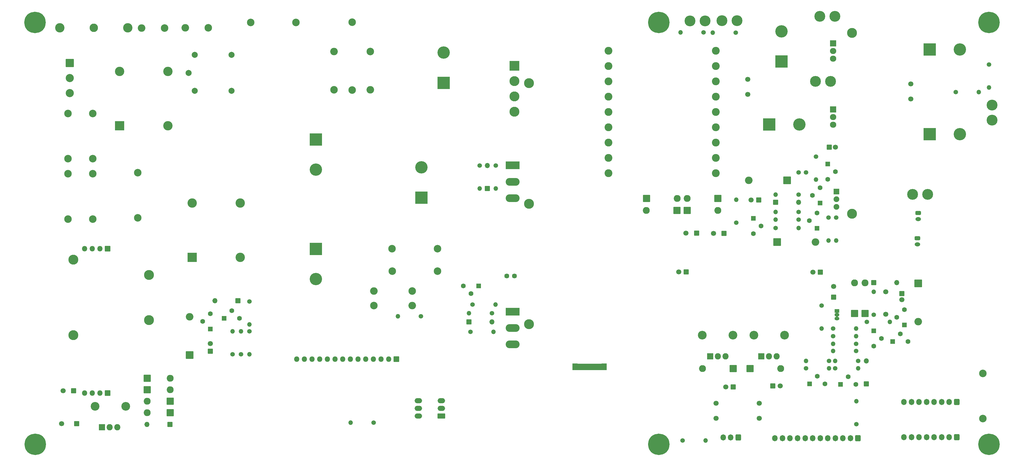
<source format=gbr>
%TF.GenerationSoftware,KiCad,Pcbnew,(5.99.0-9830-g9acf5e365a)*%
%TF.CreationDate,2021-04-09T15:36:24+02:00*%
%TF.ProjectId,Power Supply Board v2.0,506f7765-7220-4537-9570-706c7920426f,2.0*%
%TF.SameCoordinates,Original*%
%TF.FileFunction,Soldermask,Bot*%
%TF.FilePolarity,Negative*%
%FSLAX46Y46*%
G04 Gerber Fmt 4.6, Leading zero omitted, Abs format (unit mm)*
G04 Created by KiCad (PCBNEW (5.99.0-9830-g9acf5e365a)) date 2021-04-09 15:36:24*
%MOMM*%
%LPD*%
G01*
G04 APERTURE LIST*
G04 Aperture macros list*
%AMRoundRect*
0 Rectangle with rounded corners*
0 $1 Rounding radius*
0 $2 $3 $4 $5 $6 $7 $8 $9 X,Y pos of 4 corners*
0 Add a 4 corners polygon primitive as box body*
4,1,4,$2,$3,$4,$5,$6,$7,$8,$9,$2,$3,0*
0 Add four circle primitives for the rounded corners*
1,1,$1+$1,$2,$3*
1,1,$1+$1,$4,$5*
1,1,$1+$1,$6,$7*
1,1,$1+$1,$8,$9*
0 Add four rect primitives between the rounded corners*
20,1,$1+$1,$2,$3,$4,$5,0*
20,1,$1+$1,$4,$5,$6,$7,0*
20,1,$1+$1,$6,$7,$8,$9,0*
20,1,$1+$1,$8,$9,$2,$3,0*%
%AMFreePoly0*
4,1,30,0.519135,1.106194,0.561561,1.088620,0.577781,1.077781,1.577780,0.077783,1.575172,0.075175,1.587414,0.061060,1.588621,0.061560,1.606194,0.019134,1.606194,-0.019133,1.588621,-0.061560,1.575570,-0.075573,1.577780,-0.077783,0.577781,-1.077781,0.561561,-1.088620,0.519135,-1.106194,0.500000,-1.110000,-1.000000,-1.110000,-1.019135,-1.106194,-1.061561,-1.088620,-1.088620,-1.061561,
-1.106194,-1.019135,-1.110000,-1.000000,-1.110000,1.000000,-1.106194,1.019135,-1.088620,1.061561,-1.061561,1.088620,-1.019135,1.106194,-1.000000,1.110000,0.500000,1.110000,0.519135,1.106194,0.519135,1.106194,$1*%
%AMFreePoly1*
4,1,27,1.019135,1.106194,1.061561,1.088620,1.088620,1.061561,1.106194,1.019135,1.110000,1.000000,1.110000,-1.000000,1.106194,-1.019135,1.088620,-1.061561,1.061561,-1.088620,1.019135,-1.106194,1.000000,-1.110000,-0.500000,-1.110000,-0.519134,-1.106194,-0.561560,-1.088621,-0.577781,-1.077782,-1.577781,-0.077781,-1.588620,-0.061560,-1.606193,-0.019134,-1.606193,0.019134,-1.588620,0.061560,
-1.577781,0.077781,-0.577781,1.077782,-0.561560,1.088621,-0.519134,1.106194,-0.500000,1.110000,1.000000,1.110000,1.019135,1.106194,1.019135,1.106194,$1*%
G04 Aperture macros list end*
%ADD10C,0.100000*%
%ADD11C,2.500000*%
%ADD12RoundRect,0.050000X0.800000X-0.800000X0.800000X0.800000X-0.800000X0.800000X-0.800000X-0.800000X0*%
%ADD13C,1.700000*%
%ADD14RoundRect,0.050000X0.800000X0.800000X-0.800000X0.800000X-0.800000X-0.800000X0.800000X-0.800000X0*%
%ADD15RoundRect,0.050000X2.000000X-2.000000X2.000000X2.000000X-2.000000X2.000000X-2.000000X-2.000000X0*%
%ADD16C,4.100000*%
%ADD17RoundRect,0.050000X-2.000000X2.000000X-2.000000X-2.000000X2.000000X-2.000000X2.000000X2.000000X0*%
%ADD18C,1.500000*%
%ADD19RoundRect,0.050000X-0.800000X-0.800000X0.800000X-0.800000X0.800000X0.800000X-0.800000X0.800000X0*%
%ADD20RoundRect,0.050000X-0.800000X0.800000X-0.800000X-0.800000X0.800000X-0.800000X0.800000X0.800000X0*%
%ADD21RoundRect,0.050000X-2.000000X-2.000000X2.000000X-2.000000X2.000000X2.000000X-2.000000X2.000000X0*%
%ADD22RoundRect,0.050000X1.200000X-1.200000X1.200000X1.200000X-1.200000X1.200000X-1.200000X-1.200000X0*%
%ADD23O,2.500000X2.500000*%
%ADD24RoundRect,0.050000X-1.100000X-1.100000X1.100000X-1.100000X1.100000X1.100000X-1.100000X1.100000X0*%
%ADD25O,2.300000X2.300000*%
%ADD26RoundRect,0.050000X1.100000X1.100000X-1.100000X1.100000X-1.100000X-1.100000X1.100000X-1.100000X0*%
%ADD27O,1.700000X1.700000*%
%ADD28RoundRect,0.050000X-1.600000X1.600000X-1.600000X-1.600000X1.600000X-1.600000X1.600000X1.600000X0*%
%ADD29C,3.300000*%
%ADD30RoundRect,0.050000X1.200000X1.200000X-1.200000X1.200000X-1.200000X-1.200000X1.200000X-1.200000X0*%
%ADD31RoundRect,0.050000X-1.200000X-1.200000X1.200000X-1.200000X1.200000X1.200000X-1.200000X1.200000X0*%
%ADD32RoundRect,0.050000X1.100000X-1.100000X1.100000X1.100000X-1.100000X1.100000X-1.100000X-1.100000X0*%
%ADD33RoundRect,0.050000X-1.000000X0.952500X-1.000000X-0.952500X1.000000X-0.952500X1.000000X0.952500X0*%
%ADD34O,2.100000X2.005000*%
%ADD35RoundRect,0.050000X-1.200000X1.200000X-1.200000X-1.200000X1.200000X-1.200000X1.200000X1.200000X0*%
%ADD36C,2.800000*%
%ADD37C,3.100000*%
%ADD38RoundRect,0.050000X1.500000X-1.500000X1.500000X1.500000X-1.500000X1.500000X-1.500000X-1.500000X0*%
%ADD39C,2.894000*%
%ADD40RoundRect,0.050000X-1.300000X1.300000X-1.300000X-1.300000X1.300000X-1.300000X1.300000X1.300000X0*%
%ADD41C,2.700000*%
%ADD42RoundRect,0.050000X-0.850000X0.850000X-0.850000X-0.850000X0.850000X-0.850000X0.850000X0.850000X0*%
%ADD43O,1.800000X1.800000*%
%ADD44RoundRect,0.270833X-0.654167X0.379167X-0.654167X-0.379167X0.654167X-0.379167X0.654167X0.379167X0*%
%ADD45O,1.850000X1.300000*%
%ADD46C,3.600000*%
%ADD47RoundRect,0.264706X0.635294X0.760294X-0.635294X0.760294X-0.635294X-0.760294X0.635294X-0.760294X0*%
%ADD48O,1.800000X2.050000*%
%ADD49C,2.000000*%
%ADD50RoundRect,0.050000X0.750000X-0.750000X0.750000X0.750000X-0.750000X0.750000X-0.750000X-0.750000X0*%
%ADD51C,1.600000*%
%ADD52RoundRect,0.050000X-0.750000X-0.750000X0.750000X-0.750000X0.750000X0.750000X-0.750000X0.750000X0*%
%ADD53RoundRect,0.050000X-0.750000X0.750000X-0.750000X-0.750000X0.750000X-0.750000X0.750000X0.750000X0*%
%ADD54RoundRect,0.050000X-2.250000X1.250000X-2.250000X-1.250000X2.250000X-1.250000X2.250000X1.250000X0*%
%ADD55O,4.600000X2.600000*%
%ADD56RoundRect,0.050000X-0.900000X0.900000X-0.900000X-0.900000X0.900000X-0.900000X0.900000X0.900000X0*%
%ADD57O,1.900000X1.900000*%
%ADD58RoundRect,0.050000X-0.750000X0.525000X-0.750000X-0.525000X0.750000X-0.525000X0.750000X0.525000X0*%
%ADD59O,1.600000X1.150000*%
%ADD60O,1.500000X1.500000*%
%ADD61C,2.599360*%
%ADD62RoundRect,0.050000X-0.952500X-1.000000X0.952500X-1.000000X0.952500X1.000000X-0.952500X1.000000X0*%
%ADD63O,2.005000X2.100000*%
%ADD64RoundRect,0.050000X1.200000X0.800000X-1.200000X0.800000X-1.200000X-0.800000X1.200000X-0.800000X0*%
%ADD65O,2.500000X1.700000*%
%ADD66C,0.900000*%
%ADD67C,7.100000*%
%ADD68C,1.624000*%
%ADD69RoundRect,0.050000X0.750000X0.750000X-0.750000X0.750000X-0.750000X-0.750000X0.750000X-0.750000X0*%
%ADD70RoundRect,0.050000X0.850000X-0.850000X0.850000X0.850000X-0.850000X0.850000X-0.850000X-0.850000X0*%
%ADD71FreePoly0,0.000000*%
%ADD72FreePoly1,0.000000*%
G04 APERTURE END LIST*
D10*
%TO.C,E1*%
X223697400Y-197806000D02*
X215544000Y-197806000D01*
X215544000Y-197806000D02*
X215544000Y-199838000D01*
X215544000Y-199838000D02*
X223697400Y-199838000D01*
X223697400Y-199838000D02*
X223697400Y-197806000D01*
G36*
X223697400Y-199838000D02*
G01*
X215544000Y-199838000D01*
X215544000Y-197806000D01*
X223697400Y-197806000D01*
X223697400Y-199838000D01*
G37*
X223697400Y-199838000D02*
X215544000Y-199838000D01*
X215544000Y-197806000D01*
X223697400Y-197806000D01*
X223697400Y-199838000D01*
X223697400Y-197806000D02*
X215544000Y-197806000D01*
X215544000Y-197806000D02*
X215544000Y-199838000D01*
X215544000Y-199838000D02*
X223697400Y-199838000D01*
X223697400Y-199838000D02*
X223697400Y-197806000D01*
G36*
X223697400Y-199838000D02*
G01*
X215544000Y-199838000D01*
X215544000Y-197806000D01*
X223697400Y-197806000D01*
X223697400Y-199838000D01*
G37*
X223697400Y-199838000D02*
X215544000Y-199838000D01*
X215544000Y-197806000D01*
X223697400Y-197806000D01*
X223697400Y-199838000D01*
%TD*%
D11*
%TO.C,C1*%
X46761000Y-114748000D03*
X46761000Y-129748000D03*
%TD*%
D12*
%TO.C,C2*%
X93954200Y-193691200D03*
D13*
X93954200Y-191191200D03*
%TD*%
D11*
%TO.C,C3*%
X55016000Y-114748000D03*
X55016000Y-129748000D03*
%TD*%
%TO.C,C4*%
X46761000Y-149800000D03*
X46761000Y-134800000D03*
%TD*%
%TO.C,C6*%
X55016000Y-149800000D03*
X55016000Y-134800000D03*
%TD*%
D14*
%TO.C,C7*%
X48666000Y-206823000D03*
D13*
X45166000Y-206823000D03*
%TD*%
D11*
%TO.C,C8*%
X69875000Y-149419000D03*
X69875000Y-134419000D03*
%TD*%
%TO.C,C9*%
X349909000Y-201056000D03*
X349909000Y-216056000D03*
%TD*%
D14*
%TO.C,C10*%
X49682000Y-217745000D03*
D13*
X44682000Y-217745000D03*
%TD*%
D11*
%TO.C,C11*%
X140944200Y-84471200D03*
X140944200Y-106971200D03*
%TD*%
D14*
%TO.C,C12*%
X275615000Y-143450000D03*
D13*
X273115000Y-143450000D03*
%TD*%
D15*
%TO.C,C13*%
X163855000Y-142688000D03*
D16*
X163855000Y-132688000D03*
%TD*%
D15*
%TO.C,C14*%
X171221000Y-104588000D03*
D16*
X171221000Y-94588000D03*
%TD*%
D17*
%TO.C,C15*%
X128930000Y-123384000D03*
D16*
X128930000Y-133384000D03*
%TD*%
D17*
%TO.C,C16*%
X128930000Y-159706000D03*
D16*
X128930000Y-169706000D03*
%TD*%
D11*
%TO.C,C17*%
X169221400Y-167072000D03*
X154221400Y-167072000D03*
%TD*%
%TO.C,C18*%
X154196000Y-159680600D03*
X169196000Y-159680600D03*
%TD*%
D18*
%TO.C,C19*%
X288843000Y-134306000D03*
X291343000Y-134306000D03*
%TD*%
D19*
%TO.C,C20*%
X299043888Y-125924000D03*
D13*
X301043888Y-125924000D03*
%TD*%
D12*
%TO.C,C21*%
X300424730Y-175708000D03*
D13*
X300424730Y-172208000D03*
%TD*%
%TO.C,C22*%
X317696730Y-181423000D03*
X317696730Y-173923000D03*
%TD*%
D20*
%TO.C,C23*%
X323030730Y-174565000D03*
D13*
X323030730Y-176565000D03*
%TD*%
D21*
%TO.C,C24*%
X279109830Y-118431000D03*
D16*
X289109830Y-118431000D03*
%TD*%
D21*
%TO.C,C25*%
X332303630Y-121656800D03*
D16*
X342303630Y-121656800D03*
%TD*%
D14*
%TO.C,C26*%
X255041000Y-154524400D03*
D13*
X251541000Y-154524400D03*
%TD*%
D14*
%TO.C,C27*%
X264131800Y-154575200D03*
D13*
X260631800Y-154575200D03*
%TD*%
D15*
%TO.C,C28*%
X283156400Y-97483971D03*
D16*
X283156400Y-87483971D03*
%TD*%
D21*
%TO.C,C29*%
X332303630Y-93556000D03*
D16*
X342303630Y-93556000D03*
%TD*%
D14*
%TO.C,C30*%
X251637400Y-167326000D03*
D13*
X249137400Y-167326000D03*
%TD*%
D14*
%TO.C,C31*%
X296073313Y-167427600D03*
D13*
X293573313Y-167427600D03*
%TD*%
%TO.C,C32*%
X271980400Y-108434200D03*
X271980400Y-103434200D03*
%TD*%
%TO.C,C33*%
X326057000Y-109958200D03*
X326057000Y-104958200D03*
%TD*%
D14*
%TO.C,C34*%
X267214230Y-205553000D03*
D13*
X264714230Y-205553000D03*
%TD*%
D19*
%TO.C,C35*%
X280295230Y-205172000D03*
D13*
X282795230Y-205172000D03*
%TD*%
%TO.C,C36*%
X275850230Y-215967000D03*
X275850230Y-210967000D03*
%TD*%
%TO.C,C37*%
X261499230Y-215967000D03*
X261499230Y-210967000D03*
%TD*%
D22*
%TO.C,D1*%
X87096200Y-194961200D03*
D23*
X87096200Y-182261200D03*
%TD*%
D24*
%TO.C,D2*%
X73050000Y-202632000D03*
D25*
X80670000Y-202632000D03*
%TD*%
D24*
%TO.C,D3*%
X73050000Y-206442000D03*
D25*
X80670000Y-206442000D03*
%TD*%
D26*
%TO.C,D4*%
X80670000Y-210252000D03*
D25*
X73050000Y-210252000D03*
%TD*%
D26*
%TO.C,D5*%
X80670000Y-214062000D03*
D25*
X73050000Y-214062000D03*
%TD*%
D14*
%TO.C,D6*%
X103098200Y-176927200D03*
D27*
X95478200Y-176927200D03*
%TD*%
D14*
%TO.C,D7*%
X80543000Y-217999000D03*
D27*
X72923000Y-217999000D03*
%TD*%
D28*
%TO.C,D8*%
X194741400Y-98949200D03*
D29*
X194741400Y-104029200D03*
X194741400Y-109109200D03*
X194741400Y-114189200D03*
%TD*%
D30*
%TO.C,D9*%
X285013000Y-136998400D03*
D23*
X272313000Y-136998400D03*
%TD*%
D19*
%TO.C,D10*%
X281203000Y-144212000D03*
D27*
X288823000Y-144212000D03*
%TD*%
D31*
%TO.C,D11*%
X281711000Y-157420000D03*
D23*
X294411000Y-157420000D03*
%TD*%
D12*
%TO.C,D12*%
X185699000Y-139640000D03*
D27*
X185699000Y-132020000D03*
%TD*%
D19*
%TO.C,D13*%
X179676800Y-183988400D03*
D27*
X187296800Y-183988400D03*
%TD*%
D32*
%TO.C,D14*%
X307409730Y-181169000D03*
D25*
X307409730Y-171009000D03*
%TD*%
D32*
%TO.C,D15*%
X310838730Y-181169000D03*
D25*
X310838730Y-171009000D03*
%TD*%
D33*
%TO.C,D16*%
X300276000Y-91456200D03*
D34*
X300276000Y-93996200D03*
X300276000Y-96536200D03*
%TD*%
D33*
%TO.C,D17*%
X300326800Y-113427200D03*
D34*
X300326800Y-115967200D03*
X300326800Y-118507200D03*
%TD*%
D26*
%TO.C,D18*%
X248587000Y-146955200D03*
D25*
X238427000Y-146955200D03*
%TD*%
D24*
%TO.C,D19*%
X251939800Y-146955200D03*
D25*
X262099800Y-146955200D03*
%TD*%
D24*
%TO.C,D20*%
X238477800Y-142992800D03*
D25*
X248637800Y-142992800D03*
%TD*%
D26*
%TO.C,D21*%
X262150600Y-142992800D03*
D25*
X251990600Y-142992800D03*
%TD*%
D19*
%TO.C,D22*%
X313759730Y-170882000D03*
D27*
X321379730Y-170882000D03*
%TD*%
D35*
%TO.C,D23*%
X328491730Y-171136000D03*
D23*
X328491730Y-183836000D03*
%TD*%
D12*
%TO.C,D24*%
X311283230Y-204537000D03*
D27*
X311283230Y-196917000D03*
%TD*%
D26*
%TO.C,D25*%
X267214230Y-199457000D03*
D25*
X257054230Y-199457000D03*
%TD*%
D24*
%TO.C,D26*%
X272802230Y-199457000D03*
D25*
X282962230Y-199457000D03*
%TD*%
D36*
%TO.C,F1*%
X55323000Y-86363500D03*
D37*
X66573000Y-86363500D03*
X44073000Y-86363500D03*
%TD*%
D38*
%TO.C,FL1*%
X63906000Y-118812000D03*
D37*
X79906000Y-118812000D03*
X79906000Y-100812000D03*
X63906000Y-100812000D03*
%TD*%
D38*
%TO.C,FL2*%
X87909000Y-162500000D03*
D37*
X103909000Y-162500000D03*
X103909000Y-144500000D03*
X87909000Y-144500000D03*
%TD*%
D29*
%TO.C,HS2*%
X199499000Y-144720000D03*
X199499000Y-184720000D03*
X199499000Y-104720000D03*
%TD*%
D39*
%TO.C,HS3*%
X256927230Y-188382600D03*
X267087230Y-188382600D03*
%TD*%
D29*
%TO.C,HS4*%
X306585400Y-148056700D03*
X306585400Y-88056700D03*
%TD*%
D39*
%TO.C,HS5*%
X55778000Y-212004600D03*
X65938000Y-212004600D03*
%TD*%
D40*
%TO.C,J1*%
X47396000Y-97984000D03*
D41*
X47396000Y-102984000D03*
X47396000Y-107984000D03*
%TD*%
D42*
%TO.C,J2*%
X155600000Y-196282000D03*
D43*
X153060000Y-196282000D03*
X150520000Y-196282000D03*
X147980000Y-196282000D03*
X145440000Y-196282000D03*
X142900000Y-196282000D03*
X140360000Y-196282000D03*
X137820000Y-196282000D03*
X135280000Y-196282000D03*
X132740000Y-196282000D03*
X130200000Y-196282000D03*
X127660000Y-196282000D03*
X125120000Y-196282000D03*
X122580000Y-196282000D03*
%TD*%
D44*
%TO.C,J3*%
X328243800Y-156200800D03*
D45*
X328243800Y-158200800D03*
%TD*%
D44*
%TO.C,J4*%
X328455800Y-147834800D03*
D45*
X328455800Y-149834800D03*
%TD*%
D46*
%TO.C,J5*%
X252895800Y-84013200D03*
X257895800Y-84013200D03*
%TD*%
%TO.C,J6*%
X326618200Y-141621200D03*
X331618200Y-141621200D03*
%TD*%
%TO.C,J7*%
X295874200Y-82541600D03*
X300874200Y-82541600D03*
%TD*%
%TO.C,J8*%
X268463800Y-83964000D03*
X263463800Y-83964000D03*
%TD*%
%TO.C,J9*%
X299459000Y-104106000D03*
X294459000Y-104106000D03*
%TD*%
%TO.C,J10*%
X352959000Y-112006000D03*
X352959000Y-117006000D03*
%TD*%
D47*
%TO.C,J11*%
X341255230Y-210506000D03*
D48*
X338755230Y-210506000D03*
X336255230Y-210506000D03*
X333755230Y-210506000D03*
X331255230Y-210506000D03*
X328755230Y-210506000D03*
X326255230Y-210506000D03*
X323755230Y-210506000D03*
%TD*%
D47*
%TO.C,J12*%
X341255230Y-222190000D03*
D48*
X338755230Y-222190000D03*
X336255230Y-222190000D03*
X333755230Y-222190000D03*
X331255230Y-222190000D03*
X328755230Y-222190000D03*
X326255230Y-222190000D03*
X323755230Y-222190000D03*
%TD*%
D47*
%TO.C,J13*%
X308523230Y-222578500D03*
D48*
X306023230Y-222578500D03*
X303523230Y-222578500D03*
X301023230Y-222578500D03*
X298523230Y-222578500D03*
X296023230Y-222578500D03*
X293523230Y-222578500D03*
X291023230Y-222578500D03*
X288523230Y-222578500D03*
X286023230Y-222578500D03*
X283523230Y-222578500D03*
X281023230Y-222578500D03*
%TD*%
D47*
%TO.C,J14*%
X268856200Y-222342400D03*
D48*
X266356200Y-222342400D03*
X263856200Y-222342400D03*
%TD*%
D49*
%TO.C,K1*%
X86766000Y-101286000D03*
X100966000Y-95286000D03*
X100966000Y-107286000D03*
X88766000Y-107286000D03*
X88766000Y-95286000D03*
%TD*%
D50*
%TO.C,Q1*%
X93954200Y-186325200D03*
D51*
X91414200Y-183785200D03*
X93954200Y-181245200D03*
%TD*%
D52*
%TO.C,Q2*%
X98526200Y-182769200D03*
D51*
X101066200Y-180229200D03*
X103606200Y-182769200D03*
%TD*%
D50*
%TO.C,Q3*%
X295943000Y-144466000D03*
D51*
X293403000Y-141926000D03*
X295943000Y-139386000D03*
%TD*%
D53*
%TO.C,Q4*%
X273837000Y-149546000D03*
D51*
X276377000Y-152086000D03*
X273837000Y-154626000D03*
%TD*%
D50*
%TO.C,Q5*%
X294927000Y-152848000D03*
D51*
X292387000Y-150308000D03*
X294927000Y-147768000D03*
%TD*%
D54*
%TO.C,Q6*%
X194081000Y-131981900D03*
D55*
X194081000Y-137431900D03*
X194081000Y-142881900D03*
%TD*%
D54*
%TO.C,Q7*%
X194081000Y-180534000D03*
D55*
X194081000Y-185984000D03*
X194081000Y-191434000D03*
%TD*%
D53*
%TO.C,Q8*%
X298475000Y-131512000D03*
D51*
X301015000Y-134052000D03*
X298475000Y-136592000D03*
%TD*%
D56*
%TO.C,Q9*%
X301402000Y-140656000D03*
D57*
X301402000Y-143196000D03*
X301402000Y-145736000D03*
%TD*%
D52*
%TO.C,Q10*%
X292487230Y-204537000D03*
D51*
X295027230Y-201997000D03*
X297567230Y-204537000D03*
%TD*%
D52*
%TO.C,Q11*%
X302774230Y-204664000D03*
D51*
X305314230Y-202124000D03*
X307854230Y-204664000D03*
%TD*%
D50*
%TO.C,Q12*%
X323919730Y-184979000D03*
D51*
X321379730Y-182439000D03*
X323919730Y-179899000D03*
%TD*%
D58*
%TO.C,Q14*%
X301567730Y-180280000D03*
D59*
X301567730Y-181550000D03*
X301567730Y-182820000D03*
%TD*%
D52*
%TO.C,Q15*%
X319982730Y-190440000D03*
D51*
X322522730Y-187900000D03*
X325062730Y-190440000D03*
%TD*%
D18*
%TO.C,R1*%
X101320200Y-194707200D03*
D60*
X101320200Y-187087200D03*
%TD*%
D18*
%TO.C,R2*%
X104114200Y-194707200D03*
D60*
X104114200Y-187087200D03*
%TD*%
D11*
%TO.C,R3*%
X78765000Y-86427000D03*
D23*
X71145000Y-86427000D03*
%TD*%
D18*
%TO.C,R4*%
X106908200Y-187087200D03*
D60*
X106908200Y-194707200D03*
%TD*%
D11*
%TO.C,R5*%
X93243000Y-86363500D03*
D23*
X85623000Y-86363500D03*
%TD*%
D18*
%TO.C,R6*%
X106908200Y-177181200D03*
D60*
X106908200Y-184801200D03*
%TD*%
D11*
%TO.C,R7*%
X134899000Y-106874000D03*
D23*
X134899000Y-94174000D03*
%TD*%
D11*
%TO.C,R8*%
X146938600Y-94174000D03*
D23*
X146938600Y-106874000D03*
%TD*%
D11*
%TO.C,R9*%
X148107000Y-178502000D03*
D23*
X160807000Y-178502000D03*
%TD*%
D11*
%TO.C,R10*%
X160807000Y-173676000D03*
D23*
X148107000Y-173676000D03*
%TD*%
D18*
%TO.C,R11*%
X288823000Y-141672000D03*
D60*
X281203000Y-141672000D03*
%TD*%
D18*
%TO.C,R12*%
X288823000Y-147428000D03*
D60*
X281203000Y-147428000D03*
%TD*%
D18*
%TO.C,R13*%
X281203000Y-152762000D03*
D60*
X288823000Y-152762000D03*
%TD*%
D18*
%TO.C,R14*%
X288823000Y-149968000D03*
D60*
X281203000Y-149968000D03*
%TD*%
D18*
%TO.C,R15*%
X268246600Y-151019200D03*
D60*
X268246600Y-143399200D03*
%TD*%
D18*
%TO.C,R16*%
X298729000Y-149292000D03*
D60*
X298729000Y-156912000D03*
%TD*%
D18*
%TO.C,R17*%
X183159000Y-132020000D03*
D60*
X183159000Y-139640000D03*
%TD*%
D18*
%TO.C,R18*%
X187271400Y-181092800D03*
D60*
X179651400Y-181092800D03*
%TD*%
D18*
%TO.C,R19*%
X301269000Y-149292000D03*
D60*
X301269000Y-156912000D03*
%TD*%
D18*
%TO.C,R20*%
X294586400Y-129099000D03*
D60*
X294586400Y-136719000D03*
%TD*%
D18*
%TO.C,R21*%
X188493000Y-132045400D03*
D60*
X188493000Y-139665400D03*
%TD*%
D18*
%TO.C,R22*%
X180159400Y-187290400D03*
D60*
X187779400Y-187290400D03*
%TD*%
D18*
%TO.C,R23*%
X148056200Y-217364000D03*
D60*
X140436200Y-217364000D03*
%TD*%
D18*
%TO.C,R24*%
X250450230Y-223333000D03*
D60*
X258070230Y-223333000D03*
%TD*%
D18*
%TO.C,R25*%
X313759730Y-181550000D03*
D60*
X313759730Y-173930000D03*
%TD*%
D18*
%TO.C,R26*%
X311473730Y-183963000D03*
D60*
X319093730Y-183963000D03*
%TD*%
D18*
%TO.C,R27*%
X291344230Y-199330000D03*
D60*
X298964230Y-199330000D03*
%TD*%
D18*
%TO.C,R28*%
X298964230Y-196917000D03*
D60*
X291344230Y-196917000D03*
%TD*%
D18*
%TO.C,R29*%
X300297730Y-188662000D03*
D60*
X307917730Y-188662000D03*
%TD*%
D18*
%TO.C,R30*%
X268018000Y-87900200D03*
D60*
X260398000Y-87900200D03*
%TD*%
D18*
%TO.C,R31*%
X257350000Y-87849400D03*
D60*
X249730000Y-87849400D03*
%TD*%
D18*
%TO.C,R32*%
X340909000Y-107686800D03*
D60*
X348529000Y-107686800D03*
%TD*%
D18*
%TO.C,R33*%
X351909000Y-98556000D03*
D60*
X351909000Y-106176000D03*
%TD*%
D18*
%TO.C,R34*%
X307917730Y-191202000D03*
D60*
X300297730Y-191202000D03*
%TD*%
D18*
%TO.C,R35*%
X300996230Y-199330000D03*
D60*
X308616230Y-199330000D03*
%TD*%
D18*
%TO.C,R36*%
X296487730Y-178502000D03*
D60*
X296487730Y-186122000D03*
%TD*%
D18*
%TO.C,R37*%
X300297730Y-186122000D03*
D60*
X307917730Y-186122000D03*
%TD*%
D18*
%TO.C,R38*%
X307981230Y-217872000D03*
D60*
X307981230Y-210252000D03*
%TD*%
D18*
%TO.C,R39*%
X308616230Y-196917000D03*
D60*
X300996230Y-196917000D03*
%TD*%
D18*
%TO.C,R40*%
X307917730Y-193615000D03*
D60*
X300297730Y-193615000D03*
%TD*%
D61*
%TO.C,T3*%
X225831000Y-93920000D03*
X225831000Y-99000000D03*
X225831000Y-104080000D03*
X225831000Y-109160000D03*
X225831000Y-114240000D03*
X225831000Y-119320000D03*
X225831000Y-124400000D03*
X225831000Y-129480000D03*
X225831000Y-134560000D03*
X261391000Y-134560000D03*
X261391000Y-129480000D03*
X261391000Y-124400000D03*
X261391000Y-119320000D03*
X261391000Y-114240000D03*
X261391000Y-109160000D03*
X261391000Y-104080000D03*
X261391000Y-99000000D03*
X261391000Y-93920000D03*
%TD*%
D62*
%TO.C,U1*%
X58064000Y-218888000D03*
D63*
X60604000Y-218888000D03*
X63144000Y-218888000D03*
%TD*%
D64*
%TO.C,U2*%
X170524800Y-215215400D03*
D65*
X170524800Y-212675400D03*
X170524800Y-210135400D03*
X162904800Y-210135400D03*
X162904800Y-212675400D03*
X162904800Y-215215400D03*
%TD*%
D62*
%TO.C,U3*%
X259594230Y-195393000D03*
D63*
X262134230Y-195393000D03*
X264674230Y-195393000D03*
%TD*%
D62*
%TO.C,U4*%
X276485230Y-195393000D03*
D63*
X279025230Y-195393000D03*
X281565230Y-195393000D03*
%TD*%
D29*
%TO.C,T1*%
X48612000Y-163335000D03*
X48612000Y-188335000D03*
X73612000Y-168335000D03*
X73612000Y-183335000D03*
%TD*%
D66*
%TO.C,H1*%
X34052845Y-82699845D03*
D67*
X35909000Y-84556000D03*
D66*
X35909000Y-81931000D03*
X38534000Y-84556000D03*
X37765155Y-86412155D03*
X35909000Y-87181000D03*
X37765155Y-82699845D03*
X34052845Y-86412155D03*
X33284000Y-84556000D03*
%TD*%
%TO.C,H2*%
X36000000Y-221931000D03*
X37856155Y-222699845D03*
X36000000Y-227181000D03*
X37856155Y-226412155D03*
X34143845Y-222699845D03*
D67*
X36000000Y-224556000D03*
D66*
X33375000Y-224556000D03*
X34143845Y-226412155D03*
X38625000Y-224556000D03*
%TD*%
%TO.C,H3*%
X353765155Y-86412155D03*
X351909000Y-81931000D03*
X353765155Y-82699845D03*
X349284000Y-84556000D03*
X354534000Y-84556000D03*
X351909000Y-87181000D03*
X350052845Y-86412155D03*
D67*
X351909000Y-84556000D03*
D66*
X350052845Y-82699845D03*
%TD*%
%TO.C,H4*%
X242521000Y-221931000D03*
D67*
X242521000Y-224556000D03*
D66*
X244377155Y-222699845D03*
X242521000Y-227181000D03*
X240664845Y-222699845D03*
X240664845Y-226412155D03*
X239896000Y-224556000D03*
X245146000Y-224556000D03*
X244377155Y-226412155D03*
%TD*%
D11*
%TO.C,C5*%
X122326000Y-84522000D03*
X107326000Y-84522000D03*
%TD*%
D66*
%TO.C,H5*%
X350052845Y-222699845D03*
X351909000Y-227181000D03*
X354534000Y-224556000D03*
X353765155Y-226412155D03*
X353765155Y-222699845D03*
X349284000Y-224556000D03*
X351909000Y-221931000D03*
X350052845Y-226412155D03*
D67*
X351909000Y-224556000D03*
%TD*%
D39*
%TO.C,HS7*%
X274072230Y-188382600D03*
X284232230Y-188382600D03*
%TD*%
D18*
%TO.C,R41*%
X163751000Y-182108800D03*
D60*
X156131000Y-182108800D03*
%TD*%
D68*
%TO.C,TH1*%
X194713600Y-168672200D03*
X192213600Y-168672200D03*
%TD*%
D18*
%TO.C,R42*%
X180819800Y-178197200D03*
D60*
X188439800Y-178197200D03*
%TD*%
D69*
%TO.C,Q16*%
X182826400Y-172042400D03*
D51*
X180286400Y-174582400D03*
X177746400Y-172042400D03*
%TD*%
D53*
%TO.C,Q13*%
X313715000Y-186884000D03*
D51*
X316255000Y-189424000D03*
X313715000Y-191964000D03*
%TD*%
D66*
%TO.C,H6*%
X242521000Y-87181000D03*
X242521000Y-81931000D03*
X244377155Y-82699845D03*
D67*
X242521000Y-84556000D03*
D66*
X239896000Y-84556000D03*
X240664845Y-82699845D03*
X245146000Y-84556000D03*
X240664845Y-86412155D03*
X244377155Y-86412155D03*
%TD*%
D70*
%TO.C,B1*%
X59892800Y-159635000D03*
D43*
X57352800Y-159635000D03*
X54812800Y-159635000D03*
X52272800Y-159635000D03*
D70*
X59892800Y-207585000D03*
D43*
X57352800Y-207585000D03*
X54812800Y-207585000D03*
X52272800Y-207585000D03*
%TD*%
D71*
%TO.C,E1*%
X215052000Y-198822000D03*
D72*
X224214800Y-198822000D03*
%TD*%
G36*
X301971602Y-182091877D02*
G01*
X301972367Y-182093725D01*
X301971634Y-182095025D01*
X301926598Y-182131105D01*
X301910633Y-182189465D01*
X301932040Y-182246116D01*
X301970855Y-182274629D01*
X301971659Y-182276460D01*
X301970475Y-182278072D01*
X301968906Y-182278089D01*
X301941029Y-182266542D01*
X301792598Y-182247000D01*
X301342862Y-182247000D01*
X301194431Y-182266542D01*
X301165841Y-182278384D01*
X301163858Y-182278123D01*
X301163093Y-182276275D01*
X301163826Y-182274975D01*
X301208862Y-182238895D01*
X301224827Y-182180535D01*
X301203420Y-182123884D01*
X301164605Y-182095371D01*
X301163801Y-182093540D01*
X301164985Y-182091928D01*
X301166554Y-182091911D01*
X301194431Y-182103458D01*
X301342862Y-182123000D01*
X301792598Y-182123000D01*
X301941029Y-182103458D01*
X301969619Y-182091616D01*
X301971602Y-182091877D01*
G37*
G36*
X302113120Y-180854000D02*
G01*
X302113120Y-180856000D01*
X302112006Y-180856902D01*
X302053847Y-180875799D01*
X302018283Y-180924748D01*
X302018283Y-180985250D01*
X302053964Y-181034361D01*
X302055244Y-181035060D01*
X302055418Y-181035346D01*
X302070315Y-181045816D01*
X302071157Y-181047630D01*
X302070007Y-181049266D01*
X302068400Y-181049300D01*
X301941029Y-180996542D01*
X301792598Y-180977000D01*
X301342862Y-180977000D01*
X301194431Y-180996542D01*
X301069843Y-181048147D01*
X301067860Y-181047886D01*
X301067095Y-181046038D01*
X301067945Y-181044651D01*
X301080615Y-181035943D01*
X301117651Y-180987676D01*
X301119235Y-180927195D01*
X301084973Y-180877345D01*
X301024727Y-180856894D01*
X301023408Y-180855390D01*
X301024051Y-180853496D01*
X301025370Y-180853000D01*
X302111388Y-180853000D01*
X302113120Y-180854000D01*
G37*
M02*

</source>
